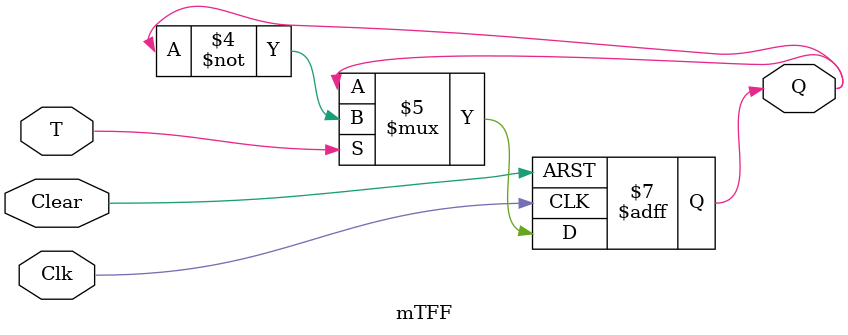
<source format=v>
module part1(SW, KEY, HEX1, HEX0);
    input [1:0] SW;
    input [0:0] KEY;
    output [6:0] HEX1, HEX0;

    wire Clk = KEY[0];
    wire Clear = SW[0];
    wire Enable = SW[1];

    wire [7:0] Q;        // Flip-flop outputs
    wire [7:0] T;        // T inputs for flip-flops
	 
    assign T[7] = Enable;
    assign T[6] = Enable & Q[7];
    assign T[5] = Enable & Q[7] & Q[6];
    assign T[4] = Enable & Q[7] & Q[6] & Q[5];
    assign T[3] = Enable & Q[7] & Q[6] & Q[5] & Q[4];
    assign T[2] = Enable & Q[7] & Q[6] & Q[5] & Q[4] & Q[3];
    assign T[1] = Enable & Q[7] & Q[6] & Q[5] & Q[4] & Q[3] & Q[2];
    assign T[0] = Enable & Q[7] & Q[6] & Q[5] & Q[4] & Q[3] & Q[2] & Q[1];

    mTFF tff7(Clk, Clear, T[7], Q[7]);
    mTFF tff6(Clk, Clear, T[6], Q[6]);
    mTFF tff5(Clk, Clear, T[5], Q[5]);
    mTFF tff4(Clk, Clear, T[4], Q[4]);
    mTFF tff3(Clk, Clear, T[3], Q[3]);
    mTFF tff2(Clk, Clear, T[2], Q[2]);
    mTFF tff1(Clk, Clear, T[1], Q[1]);
    mTFF tff0(Clk, Clear, T[0], Q[0]);
    hex_decoder h0(Q[3:0], HEX0);
    hex_decoder h1(Q[7:4], HEX1);
endmodule




module mTFF(Clk, Clear, T, Q);
	input Clk, Clear, T;
	output reg Q;
	always @(posedge Clk, negedge Clear)
	 begin
		if(Clear == 1'b0)
			Q <= 1'b0;
		else if(T == 1'b1)
			Q <= ~Q;
		end
endmodule

</source>
